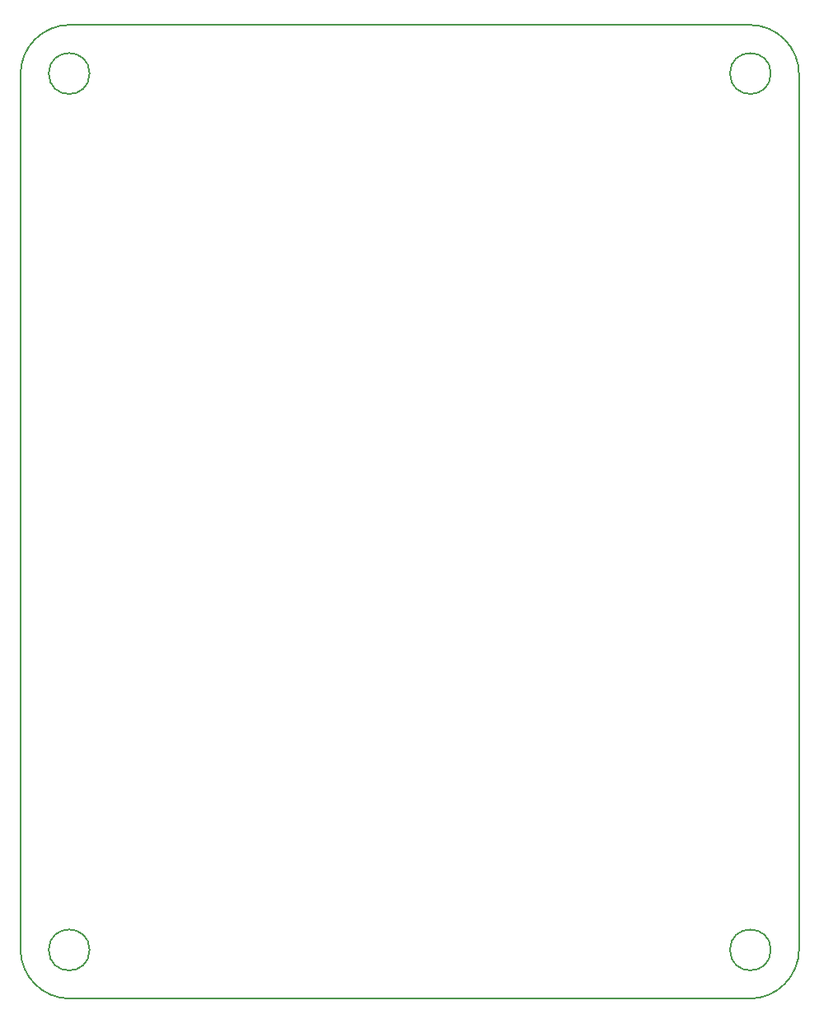
<source format=gbr>
G04 #@! TF.GenerationSoftware,KiCad,Pcbnew,(5.1.5)-3*
G04 #@! TF.CreationDate,2020-10-19T10:12:20-04:00*
G04 #@! TF.ProjectId,flight_computer,666c6967-6874-45f6-936f-6d7075746572,rev?*
G04 #@! TF.SameCoordinates,Original*
G04 #@! TF.FileFunction,Profile,NP*
%FSLAX46Y46*%
G04 Gerber Fmt 4.6, Leading zero omitted, Abs format (unit mm)*
G04 Created by KiCad (PCBNEW (5.1.5)-3) date 2020-10-19 10:12:20*
%MOMM*%
%LPD*%
G04 APERTURE LIST*
%ADD10C,0.200000*%
G04 APERTURE END LIST*
D10*
X159502000Y-155372000D02*
X159502000Y-65532000D01*
X156601999Y-155452000D02*
G75*
G03X156601999Y-155452000I-2099999J0D01*
G01*
X159501999Y-155372000D02*
G75*
G02X154421999Y-160452000I-5080000J0D01*
G01*
X84581999Y-160451999D02*
G75*
G02X79502000Y-155372000I0J5079999D01*
G01*
X156601999Y-65452000D02*
G75*
G03X156601999Y-65452000I-2099999J0D01*
G01*
X79501999Y-65532000D02*
G75*
G02X84581999Y-60452000I5080000J0D01*
G01*
X86602000Y-155452000D02*
G75*
G03X86602000Y-155452000I-2100000J0D01*
G01*
X154421999Y-60452000D02*
G75*
G02X159501999Y-65532000I0J-5080000D01*
G01*
X154421999Y-60452000D02*
X84581999Y-60452000D01*
X86602000Y-65452000D02*
G75*
G03X86602000Y-65452000I-2100000J0D01*
G01*
X84581999Y-160452000D02*
X154421999Y-160452000D01*
X79502000Y-65532000D02*
X79502000Y-155371999D01*
M02*

</source>
